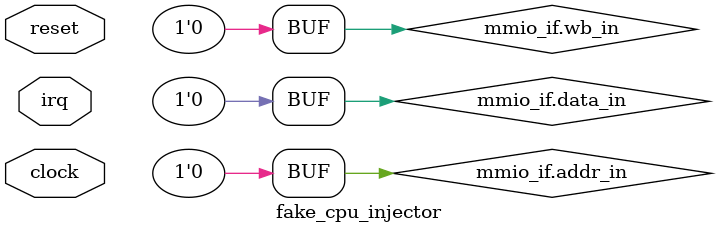
<source format=sv>
`timescale 1 ns / 1 ns

module fake_cpu_injector (
  input logic clock,
  input logic reset,
  interface_mmio.CPU mmio_if,
  input logic irq
);

  initial begin
    // cfg addr_in
    #4 mmio_if.addr_in = 12345;
    #0 mmio_if.data_in = 67890;
    #0 mmio_if.wb_in = 1;

    // cfg nbytes_in
    #2 mmio_if.addr_in = 12345;
    #0 mmio_if.data_in = 12;
    #0 mmio_if.wb_in = 1;

    // cfg timer
    #2 mmio_if.addr_in = 12345;
    #0 mmio_if.data_in = 15;
    #0 mmio_if.wb_in = 1;

    // 
    #2 mmio_if.addr_in = 0;
    #0 mmio_if.data_in = 0;
    #0 mmio_if.wb_in = 0;
  end

endmodule: fake_cpu_injector


</source>
